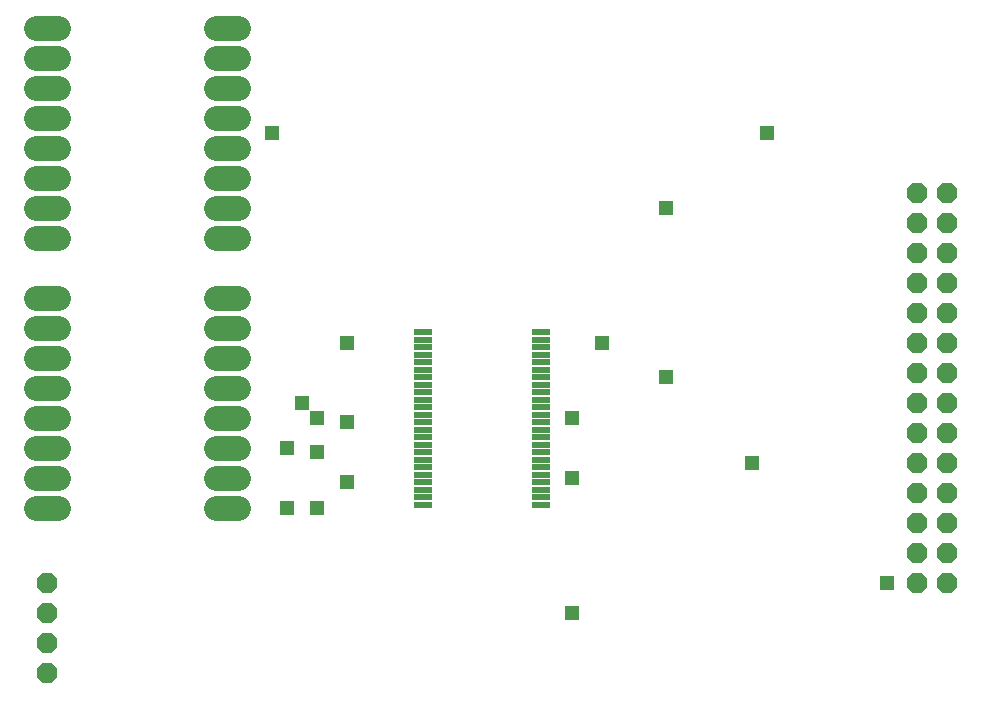
<source format=gts>
G75*
G70*
%OFA0B0*%
%FSLAX24Y24*%
%IPPOS*%
%LPD*%
%AMOC8*
5,1,8,0,0,1.08239X$1,22.5*
%
%ADD10R,0.0592X0.0237*%
%ADD11OC8,0.0674*%
%ADD12C,0.0820*%
%ADD13R,0.0476X0.0476*%
D10*
X014639Y007225D03*
X014639Y007475D03*
X014639Y007725D03*
X014639Y007975D03*
X014639Y008225D03*
X014639Y008475D03*
X014639Y008725D03*
X014639Y008975D03*
X014639Y009225D03*
X014639Y009475D03*
X014639Y009725D03*
X014639Y009975D03*
X014639Y010225D03*
X014639Y010475D03*
X014639Y010725D03*
X014639Y010975D03*
X014639Y011225D03*
X014639Y011475D03*
X014639Y011725D03*
X014639Y011975D03*
X014639Y012225D03*
X014639Y012475D03*
X014639Y012725D03*
X014639Y012975D03*
X018561Y012975D03*
X018561Y012725D03*
X018561Y012475D03*
X018561Y012225D03*
X018561Y011975D03*
X018561Y011725D03*
X018561Y011475D03*
X018561Y011225D03*
X018561Y010975D03*
X018561Y010725D03*
X018561Y010475D03*
X018561Y010225D03*
X018561Y009975D03*
X018561Y009725D03*
X018561Y009475D03*
X018561Y009225D03*
X018561Y008975D03*
X018561Y008725D03*
X018561Y008475D03*
X018561Y008225D03*
X018561Y007975D03*
X018561Y007725D03*
X018561Y007475D03*
X018561Y007225D03*
D11*
X002100Y001600D03*
X002100Y002600D03*
X002100Y003600D03*
X002100Y004600D03*
X031100Y004600D03*
X032100Y004600D03*
X032100Y005600D03*
X031100Y005600D03*
X031100Y006600D03*
X032100Y006600D03*
X032100Y007600D03*
X031100Y007600D03*
X031100Y008600D03*
X032100Y008600D03*
X032100Y009600D03*
X031100Y009600D03*
X031100Y010600D03*
X032100Y010600D03*
X032100Y011600D03*
X031100Y011600D03*
X031100Y012600D03*
X032100Y012600D03*
X032100Y013600D03*
X031100Y013600D03*
X031100Y014600D03*
X032100Y014600D03*
X032100Y015600D03*
X031100Y015600D03*
X031100Y016600D03*
X032100Y016600D03*
X032100Y017600D03*
X031100Y017600D03*
D12*
X008470Y017100D02*
X007730Y017100D01*
X007730Y016100D02*
X008470Y016100D01*
X008470Y014100D02*
X007730Y014100D01*
X007730Y013100D02*
X008470Y013100D01*
X008470Y012100D02*
X007730Y012100D01*
X007730Y011100D02*
X008470Y011100D01*
X008470Y010100D02*
X007730Y010100D01*
X007730Y009100D02*
X008470Y009100D01*
X008470Y008100D02*
X007730Y008100D01*
X007730Y007100D02*
X008470Y007100D01*
X002470Y007100D02*
X001730Y007100D01*
X001730Y008100D02*
X002470Y008100D01*
X002470Y009100D02*
X001730Y009100D01*
X001730Y010100D02*
X002470Y010100D01*
X002470Y011100D02*
X001730Y011100D01*
X001730Y012100D02*
X002470Y012100D01*
X002470Y013100D02*
X001730Y013100D01*
X001730Y014100D02*
X002470Y014100D01*
X002470Y016100D02*
X001730Y016100D01*
X001730Y017100D02*
X002470Y017100D01*
X002470Y018100D02*
X001730Y018100D01*
X001730Y019100D02*
X002470Y019100D01*
X002470Y020100D02*
X001730Y020100D01*
X001730Y021100D02*
X002470Y021100D01*
X002470Y022100D02*
X001730Y022100D01*
X001730Y023100D02*
X002470Y023100D01*
X007730Y023100D02*
X008470Y023100D01*
X008470Y022100D02*
X007730Y022100D01*
X007730Y021100D02*
X008470Y021100D01*
X008470Y020100D02*
X007730Y020100D01*
X007730Y019100D02*
X008470Y019100D01*
X008470Y018100D02*
X007730Y018100D01*
D13*
X009600Y019600D03*
X012100Y012600D03*
X010600Y010600D03*
X011100Y010100D03*
X012100Y009975D03*
X011100Y008975D03*
X010100Y009100D03*
X012100Y007975D03*
X011100Y007100D03*
X010100Y007100D03*
X019600Y008100D03*
X019600Y010100D03*
X022725Y011475D03*
X020600Y012600D03*
X025600Y008600D03*
X030100Y004600D03*
X019600Y003600D03*
X022725Y017100D03*
X026100Y019600D03*
M02*

</source>
